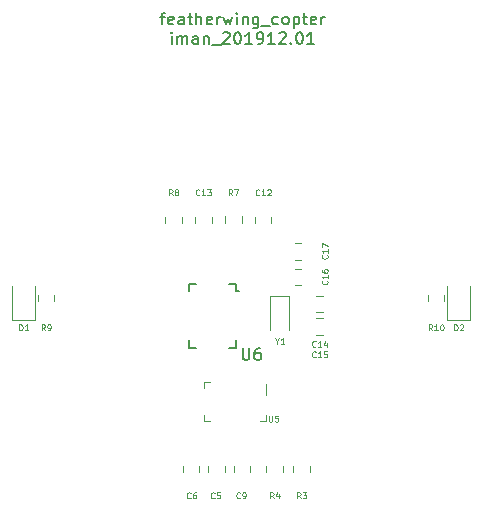
<source format=gbr>
G04 #@! TF.GenerationSoftware,KiCad,Pcbnew,(5.1.5)-3*
G04 #@! TF.CreationDate,2019-12-26T08:27:47-08:00*
G04 #@! TF.ProjectId,featherwing_copter,66656174-6865-4727-9769-6e675f636f70,rev?*
G04 #@! TF.SameCoordinates,Original*
G04 #@! TF.FileFunction,Legend,Top*
G04 #@! TF.FilePolarity,Positive*
%FSLAX46Y46*%
G04 Gerber Fmt 4.6, Leading zero omitted, Abs format (unit mm)*
G04 Created by KiCad (PCBNEW (5.1.5)-3) date 2019-12-26 08:27:47*
%MOMM*%
%LPD*%
G04 APERTURE LIST*
%ADD10C,0.150000*%
%ADD11C,0.152400*%
%ADD12C,0.120000*%
%ADD13C,0.076200*%
G04 APERTURE END LIST*
D10*
X145574619Y-54942314D02*
X145955571Y-54942314D01*
X145717476Y-55608980D02*
X145717476Y-54751838D01*
X145765095Y-54656600D01*
X145860333Y-54608980D01*
X145955571Y-54608980D01*
X146669857Y-55561361D02*
X146574619Y-55608980D01*
X146384142Y-55608980D01*
X146288904Y-55561361D01*
X146241285Y-55466123D01*
X146241285Y-55085171D01*
X146288904Y-54989933D01*
X146384142Y-54942314D01*
X146574619Y-54942314D01*
X146669857Y-54989933D01*
X146717476Y-55085171D01*
X146717476Y-55180409D01*
X146241285Y-55275647D01*
X147574619Y-55608980D02*
X147574619Y-55085171D01*
X147527000Y-54989933D01*
X147431761Y-54942314D01*
X147241285Y-54942314D01*
X147146047Y-54989933D01*
X147574619Y-55561361D02*
X147479380Y-55608980D01*
X147241285Y-55608980D01*
X147146047Y-55561361D01*
X147098428Y-55466123D01*
X147098428Y-55370885D01*
X147146047Y-55275647D01*
X147241285Y-55228028D01*
X147479380Y-55228028D01*
X147574619Y-55180409D01*
X147907952Y-54942314D02*
X148288904Y-54942314D01*
X148050809Y-54608980D02*
X148050809Y-55466123D01*
X148098428Y-55561361D01*
X148193666Y-55608980D01*
X148288904Y-55608980D01*
X148622238Y-55608980D02*
X148622238Y-54608980D01*
X149050809Y-55608980D02*
X149050809Y-55085171D01*
X149003190Y-54989933D01*
X148907952Y-54942314D01*
X148765095Y-54942314D01*
X148669857Y-54989933D01*
X148622238Y-55037552D01*
X149907952Y-55561361D02*
X149812714Y-55608980D01*
X149622238Y-55608980D01*
X149527000Y-55561361D01*
X149479380Y-55466123D01*
X149479380Y-55085171D01*
X149527000Y-54989933D01*
X149622238Y-54942314D01*
X149812714Y-54942314D01*
X149907952Y-54989933D01*
X149955571Y-55085171D01*
X149955571Y-55180409D01*
X149479380Y-55275647D01*
X150384142Y-55608980D02*
X150384142Y-54942314D01*
X150384142Y-55132790D02*
X150431761Y-55037552D01*
X150479380Y-54989933D01*
X150574619Y-54942314D01*
X150669857Y-54942314D01*
X150907952Y-54942314D02*
X151098428Y-55608980D01*
X151288904Y-55132790D01*
X151479380Y-55608980D01*
X151669857Y-54942314D01*
X152050809Y-55608980D02*
X152050809Y-54942314D01*
X152050809Y-54608980D02*
X152003190Y-54656600D01*
X152050809Y-54704219D01*
X152098428Y-54656600D01*
X152050809Y-54608980D01*
X152050809Y-54704219D01*
X152527000Y-54942314D02*
X152527000Y-55608980D01*
X152527000Y-55037552D02*
X152574619Y-54989933D01*
X152669857Y-54942314D01*
X152812714Y-54942314D01*
X152907952Y-54989933D01*
X152955571Y-55085171D01*
X152955571Y-55608980D01*
X153860333Y-54942314D02*
X153860333Y-55751838D01*
X153812714Y-55847076D01*
X153765095Y-55894695D01*
X153669857Y-55942314D01*
X153527000Y-55942314D01*
X153431761Y-55894695D01*
X153860333Y-55561361D02*
X153765095Y-55608980D01*
X153574619Y-55608980D01*
X153479380Y-55561361D01*
X153431761Y-55513742D01*
X153384142Y-55418504D01*
X153384142Y-55132790D01*
X153431761Y-55037552D01*
X153479380Y-54989933D01*
X153574619Y-54942314D01*
X153765095Y-54942314D01*
X153860333Y-54989933D01*
X154098428Y-55704219D02*
X154860333Y-55704219D01*
X155527000Y-55561361D02*
X155431761Y-55608980D01*
X155241285Y-55608980D01*
X155146047Y-55561361D01*
X155098428Y-55513742D01*
X155050809Y-55418504D01*
X155050809Y-55132790D01*
X155098428Y-55037552D01*
X155146047Y-54989933D01*
X155241285Y-54942314D01*
X155431761Y-54942314D01*
X155527000Y-54989933D01*
X156098428Y-55608980D02*
X156003190Y-55561361D01*
X155955571Y-55513742D01*
X155907952Y-55418504D01*
X155907952Y-55132790D01*
X155955571Y-55037552D01*
X156003190Y-54989933D01*
X156098428Y-54942314D01*
X156241285Y-54942314D01*
X156336523Y-54989933D01*
X156384142Y-55037552D01*
X156431761Y-55132790D01*
X156431761Y-55418504D01*
X156384142Y-55513742D01*
X156336523Y-55561361D01*
X156241285Y-55608980D01*
X156098428Y-55608980D01*
X156860333Y-54942314D02*
X156860333Y-55942314D01*
X156860333Y-54989933D02*
X156955571Y-54942314D01*
X157146047Y-54942314D01*
X157241285Y-54989933D01*
X157288904Y-55037552D01*
X157336523Y-55132790D01*
X157336523Y-55418504D01*
X157288904Y-55513742D01*
X157241285Y-55561361D01*
X157146047Y-55608980D01*
X156955571Y-55608980D01*
X156860333Y-55561361D01*
X157622238Y-54942314D02*
X158003190Y-54942314D01*
X157765095Y-54608980D02*
X157765095Y-55466123D01*
X157812714Y-55561361D01*
X157907952Y-55608980D01*
X158003190Y-55608980D01*
X158717476Y-55561361D02*
X158622238Y-55608980D01*
X158431761Y-55608980D01*
X158336523Y-55561361D01*
X158288904Y-55466123D01*
X158288904Y-55085171D01*
X158336523Y-54989933D01*
X158431761Y-54942314D01*
X158622238Y-54942314D01*
X158717476Y-54989933D01*
X158765095Y-55085171D01*
X158765095Y-55180409D01*
X158288904Y-55275647D01*
X159193666Y-55608980D02*
X159193666Y-54942314D01*
X159193666Y-55132790D02*
X159241285Y-55037552D01*
X159288904Y-54989933D01*
X159384142Y-54942314D01*
X159479380Y-54942314D01*
X146527000Y-57258980D02*
X146527000Y-56592314D01*
X146527000Y-56258980D02*
X146479380Y-56306600D01*
X146527000Y-56354219D01*
X146574619Y-56306600D01*
X146527000Y-56258980D01*
X146527000Y-56354219D01*
X147003190Y-57258980D02*
X147003190Y-56592314D01*
X147003190Y-56687552D02*
X147050809Y-56639933D01*
X147146047Y-56592314D01*
X147288904Y-56592314D01*
X147384142Y-56639933D01*
X147431761Y-56735171D01*
X147431761Y-57258980D01*
X147431761Y-56735171D02*
X147479380Y-56639933D01*
X147574619Y-56592314D01*
X147717476Y-56592314D01*
X147812714Y-56639933D01*
X147860333Y-56735171D01*
X147860333Y-57258980D01*
X148765095Y-57258980D02*
X148765095Y-56735171D01*
X148717476Y-56639933D01*
X148622238Y-56592314D01*
X148431761Y-56592314D01*
X148336523Y-56639933D01*
X148765095Y-57211361D02*
X148669857Y-57258980D01*
X148431761Y-57258980D01*
X148336523Y-57211361D01*
X148288904Y-57116123D01*
X148288904Y-57020885D01*
X148336523Y-56925647D01*
X148431761Y-56878028D01*
X148669857Y-56878028D01*
X148765095Y-56830409D01*
X149241285Y-56592314D02*
X149241285Y-57258980D01*
X149241285Y-56687552D02*
X149288904Y-56639933D01*
X149384142Y-56592314D01*
X149527000Y-56592314D01*
X149622238Y-56639933D01*
X149669857Y-56735171D01*
X149669857Y-57258980D01*
X149907952Y-57354219D02*
X150669857Y-57354219D01*
X150860333Y-56354219D02*
X150907952Y-56306600D01*
X151003190Y-56258980D01*
X151241285Y-56258980D01*
X151336523Y-56306600D01*
X151384142Y-56354219D01*
X151431761Y-56449457D01*
X151431761Y-56544695D01*
X151384142Y-56687552D01*
X150812714Y-57258980D01*
X151431761Y-57258980D01*
X152050809Y-56258980D02*
X152146047Y-56258980D01*
X152241285Y-56306600D01*
X152288904Y-56354219D01*
X152336523Y-56449457D01*
X152384142Y-56639933D01*
X152384142Y-56878028D01*
X152336523Y-57068504D01*
X152288904Y-57163742D01*
X152241285Y-57211361D01*
X152146047Y-57258980D01*
X152050809Y-57258980D01*
X151955571Y-57211361D01*
X151907952Y-57163742D01*
X151860333Y-57068504D01*
X151812714Y-56878028D01*
X151812714Y-56639933D01*
X151860333Y-56449457D01*
X151907952Y-56354219D01*
X151955571Y-56306600D01*
X152050809Y-56258980D01*
X153336523Y-57258980D02*
X152765095Y-57258980D01*
X153050809Y-57258980D02*
X153050809Y-56258980D01*
X152955571Y-56401838D01*
X152860333Y-56497076D01*
X152765095Y-56544695D01*
X153812714Y-57258980D02*
X154003190Y-57258980D01*
X154098428Y-57211361D01*
X154146047Y-57163742D01*
X154241285Y-57020885D01*
X154288904Y-56830409D01*
X154288904Y-56449457D01*
X154241285Y-56354219D01*
X154193666Y-56306600D01*
X154098428Y-56258980D01*
X153907952Y-56258980D01*
X153812714Y-56306600D01*
X153765095Y-56354219D01*
X153717476Y-56449457D01*
X153717476Y-56687552D01*
X153765095Y-56782790D01*
X153812714Y-56830409D01*
X153907952Y-56878028D01*
X154098428Y-56878028D01*
X154193666Y-56830409D01*
X154241285Y-56782790D01*
X154288904Y-56687552D01*
X155241285Y-57258980D02*
X154669857Y-57258980D01*
X154955571Y-57258980D02*
X154955571Y-56258980D01*
X154860333Y-56401838D01*
X154765095Y-56497076D01*
X154669857Y-56544695D01*
X155622238Y-56354219D02*
X155669857Y-56306600D01*
X155765095Y-56258980D01*
X156003190Y-56258980D01*
X156098428Y-56306600D01*
X156146047Y-56354219D01*
X156193666Y-56449457D01*
X156193666Y-56544695D01*
X156146047Y-56687552D01*
X155574619Y-57258980D01*
X156193666Y-57258980D01*
X156622238Y-57163742D02*
X156669857Y-57211361D01*
X156622238Y-57258980D01*
X156574619Y-57211361D01*
X156622238Y-57163742D01*
X156622238Y-57258980D01*
X157288904Y-56258980D02*
X157384142Y-56258980D01*
X157479380Y-56306600D01*
X157527000Y-56354219D01*
X157574619Y-56449457D01*
X157622238Y-56639933D01*
X157622238Y-56878028D01*
X157574619Y-57068504D01*
X157527000Y-57163742D01*
X157479380Y-57211361D01*
X157384142Y-57258980D01*
X157288904Y-57258980D01*
X157193666Y-57211361D01*
X157146047Y-57163742D01*
X157098428Y-57068504D01*
X157050809Y-56878028D01*
X157050809Y-56639933D01*
X157098428Y-56449457D01*
X157146047Y-56354219D01*
X157193666Y-56306600D01*
X157288904Y-56258980D01*
X158574619Y-57258980D02*
X158003190Y-57258980D01*
X158288904Y-57258980D02*
X158288904Y-56258980D01*
X158193666Y-56401838D01*
X158098428Y-56497076D01*
X158003190Y-56544695D01*
D11*
X151987000Y-82964000D02*
X151987000Y-82364000D01*
X151387000Y-82964000D02*
X151987000Y-82964000D01*
X147987000Y-82964000D02*
X148587000Y-82964000D01*
X147987000Y-82364000D02*
X147987000Y-82964000D01*
X147987000Y-77564000D02*
X147987000Y-78164000D01*
X148587000Y-77564000D02*
X147987000Y-77564000D01*
X151987000Y-77564000D02*
X151387000Y-77564000D01*
X151987000Y-78164000D02*
X151987000Y-77564000D01*
X151987000Y-78164000D02*
X152187000Y-78164000D01*
D12*
X154964200Y-72397252D02*
X154964200Y-71874748D01*
X153544200Y-72397252D02*
X153544200Y-71874748D01*
X154492000Y-86012000D02*
X154492000Y-86962000D01*
X149292000Y-85912000D02*
X149792000Y-85912000D01*
X149292000Y-86412000D02*
X149292000Y-85912000D01*
X149292000Y-89212000D02*
X149292000Y-88712000D01*
X149792000Y-89212000D02*
X149292000Y-89212000D01*
X154492000Y-89212000D02*
X153992000Y-89212000D01*
X154492000Y-88712000D02*
X154492000Y-89212000D01*
X134945000Y-80600000D02*
X134945000Y-77740000D01*
X133025000Y-80600000D02*
X134945000Y-80600000D01*
X133025000Y-77740000D02*
X133025000Y-80600000D01*
X171775000Y-80600000D02*
X171775000Y-77740000D01*
X169855000Y-80600000D02*
X171775000Y-80600000D01*
X169855000Y-77740000D02*
X169855000Y-80600000D01*
X169620000Y-79001252D02*
X169620000Y-78478748D01*
X168200000Y-79001252D02*
X168200000Y-78478748D01*
X136600000Y-79001252D02*
X136600000Y-78478748D01*
X135180000Y-79001252D02*
X135180000Y-78478748D01*
X156981148Y-75538400D02*
X157503652Y-75538400D01*
X156981148Y-74118400D02*
X157503652Y-74118400D01*
X157496252Y-76277400D02*
X156973748Y-76277400D01*
X157496252Y-77697400D02*
X156973748Y-77697400D01*
X154825800Y-78603400D02*
X154825800Y-81453400D01*
X156425800Y-78603400D02*
X154825800Y-78603400D01*
X156425800Y-81453400D02*
X156425800Y-78603400D01*
X145975000Y-71883748D02*
X145975000Y-72406252D01*
X147395000Y-71883748D02*
X147395000Y-72406252D01*
X151029600Y-71865748D02*
X151029600Y-72388252D01*
X152449600Y-71865748D02*
X152449600Y-72388252D01*
X155954800Y-93479252D02*
X155954800Y-92956748D01*
X154534800Y-93479252D02*
X154534800Y-92956748D01*
X158240800Y-93479252D02*
X158240800Y-92956748D01*
X156820800Y-93479252D02*
X156820800Y-92956748D01*
X159307052Y-78563400D02*
X158784548Y-78563400D01*
X159307052Y-79983400D02*
X158784548Y-79983400D01*
X158784548Y-81888400D02*
X159307052Y-81888400D01*
X158784548Y-80468400D02*
X159307052Y-80468400D01*
X148515000Y-71883748D02*
X148515000Y-72406252D01*
X149935000Y-71883748D02*
X149935000Y-72406252D01*
X149607200Y-92965748D02*
X149607200Y-93488252D01*
X151027200Y-92965748D02*
X151027200Y-93488252D01*
X147448200Y-92965748D02*
X147448200Y-93488252D01*
X148868200Y-92965748D02*
X148868200Y-93488252D01*
X153186200Y-93488252D02*
X153186200Y-92965748D01*
X151766200Y-93488252D02*
X151766200Y-92965748D01*
D10*
X152527095Y-83018380D02*
X152527095Y-83827904D01*
X152574714Y-83923142D01*
X152622333Y-83970761D01*
X152717571Y-84018380D01*
X152908047Y-84018380D01*
X153003285Y-83970761D01*
X153050904Y-83923142D01*
X153098523Y-83827904D01*
X153098523Y-83018380D01*
X154003285Y-83018380D02*
X153812809Y-83018380D01*
X153717571Y-83066000D01*
X153669952Y-83113619D01*
X153574714Y-83256476D01*
X153527095Y-83446952D01*
X153527095Y-83827904D01*
X153574714Y-83923142D01*
X153622333Y-83970761D01*
X153717571Y-84018380D01*
X153908047Y-84018380D01*
X154003285Y-83970761D01*
X154050904Y-83923142D01*
X154098523Y-83827904D01*
X154098523Y-83589809D01*
X154050904Y-83494571D01*
X154003285Y-83446952D01*
X153908047Y-83399333D01*
X153717571Y-83399333D01*
X153622333Y-83446952D01*
X153574714Y-83494571D01*
X153527095Y-83589809D01*
D13*
X153953028Y-70031428D02*
X153928838Y-70055619D01*
X153856266Y-70079809D01*
X153807885Y-70079809D01*
X153735314Y-70055619D01*
X153686933Y-70007238D01*
X153662742Y-69958857D01*
X153638552Y-69862095D01*
X153638552Y-69789523D01*
X153662742Y-69692761D01*
X153686933Y-69644380D01*
X153735314Y-69596000D01*
X153807885Y-69571809D01*
X153856266Y-69571809D01*
X153928838Y-69596000D01*
X153953028Y-69620190D01*
X154436838Y-70079809D02*
X154146552Y-70079809D01*
X154291695Y-70079809D02*
X154291695Y-69571809D01*
X154243314Y-69644380D01*
X154194933Y-69692761D01*
X154146552Y-69716952D01*
X154630361Y-69620190D02*
X154654552Y-69596000D01*
X154702933Y-69571809D01*
X154823885Y-69571809D01*
X154872266Y-69596000D01*
X154896457Y-69620190D01*
X154920647Y-69668571D01*
X154920647Y-69716952D01*
X154896457Y-69789523D01*
X154606171Y-70079809D01*
X154920647Y-70079809D01*
X154756152Y-88723409D02*
X154756152Y-89134647D01*
X154780342Y-89183028D01*
X154804533Y-89207219D01*
X154852914Y-89231409D01*
X154949676Y-89231409D01*
X154998057Y-89207219D01*
X155022247Y-89183028D01*
X155046438Y-89134647D01*
X155046438Y-88723409D01*
X155530247Y-88723409D02*
X155288342Y-88723409D01*
X155264152Y-88965314D01*
X155288342Y-88941123D01*
X155336723Y-88916933D01*
X155457676Y-88916933D01*
X155506057Y-88941123D01*
X155530247Y-88965314D01*
X155554438Y-89013695D01*
X155554438Y-89134647D01*
X155530247Y-89183028D01*
X155506057Y-89207219D01*
X155457676Y-89231409D01*
X155336723Y-89231409D01*
X155288342Y-89207219D01*
X155264152Y-89183028D01*
X133610047Y-81509809D02*
X133610047Y-81001809D01*
X133731000Y-81001809D01*
X133803571Y-81026000D01*
X133851952Y-81074380D01*
X133876142Y-81122761D01*
X133900333Y-81219523D01*
X133900333Y-81292095D01*
X133876142Y-81388857D01*
X133851952Y-81437238D01*
X133803571Y-81485619D01*
X133731000Y-81509809D01*
X133610047Y-81509809D01*
X134384142Y-81509809D02*
X134093857Y-81509809D01*
X134239000Y-81509809D02*
X134239000Y-81001809D01*
X134190619Y-81074380D01*
X134142238Y-81122761D01*
X134093857Y-81146952D01*
X170440047Y-81509809D02*
X170440047Y-81001809D01*
X170561000Y-81001809D01*
X170633571Y-81026000D01*
X170681952Y-81074380D01*
X170706142Y-81122761D01*
X170730333Y-81219523D01*
X170730333Y-81292095D01*
X170706142Y-81388857D01*
X170681952Y-81437238D01*
X170633571Y-81485619D01*
X170561000Y-81509809D01*
X170440047Y-81509809D01*
X170923857Y-81050190D02*
X170948047Y-81026000D01*
X170996428Y-81001809D01*
X171117380Y-81001809D01*
X171165761Y-81026000D01*
X171189952Y-81050190D01*
X171214142Y-81098571D01*
X171214142Y-81146952D01*
X171189952Y-81219523D01*
X170899666Y-81509809D01*
X171214142Y-81509809D01*
X168583428Y-81509809D02*
X168414095Y-81267904D01*
X168293142Y-81509809D02*
X168293142Y-81001809D01*
X168486666Y-81001809D01*
X168535047Y-81026000D01*
X168559238Y-81050190D01*
X168583428Y-81098571D01*
X168583428Y-81171142D01*
X168559238Y-81219523D01*
X168535047Y-81243714D01*
X168486666Y-81267904D01*
X168293142Y-81267904D01*
X169067238Y-81509809D02*
X168776952Y-81509809D01*
X168922095Y-81509809D02*
X168922095Y-81001809D01*
X168873714Y-81074380D01*
X168825333Y-81122761D01*
X168776952Y-81146952D01*
X169381714Y-81001809D02*
X169430095Y-81001809D01*
X169478476Y-81026000D01*
X169502666Y-81050190D01*
X169526857Y-81098571D01*
X169551047Y-81195333D01*
X169551047Y-81316285D01*
X169526857Y-81413047D01*
X169502666Y-81461428D01*
X169478476Y-81485619D01*
X169430095Y-81509809D01*
X169381714Y-81509809D01*
X169333333Y-81485619D01*
X169309142Y-81461428D01*
X169284952Y-81413047D01*
X169260761Y-81316285D01*
X169260761Y-81195333D01*
X169284952Y-81098571D01*
X169309142Y-81050190D01*
X169333333Y-81026000D01*
X169381714Y-81001809D01*
X135805333Y-81509809D02*
X135636000Y-81267904D01*
X135515047Y-81509809D02*
X135515047Y-81001809D01*
X135708571Y-81001809D01*
X135756952Y-81026000D01*
X135781142Y-81050190D01*
X135805333Y-81098571D01*
X135805333Y-81171142D01*
X135781142Y-81219523D01*
X135756952Y-81243714D01*
X135708571Y-81267904D01*
X135515047Y-81267904D01*
X136047238Y-81509809D02*
X136144000Y-81509809D01*
X136192380Y-81485619D01*
X136216571Y-81461428D01*
X136264952Y-81388857D01*
X136289142Y-81292095D01*
X136289142Y-81098571D01*
X136264952Y-81050190D01*
X136240761Y-81026000D01*
X136192380Y-81001809D01*
X136095619Y-81001809D01*
X136047238Y-81026000D01*
X136023047Y-81050190D01*
X135998857Y-81098571D01*
X135998857Y-81219523D01*
X136023047Y-81267904D01*
X136047238Y-81292095D01*
X136095619Y-81316285D01*
X136192380Y-81316285D01*
X136240761Y-81292095D01*
X136264952Y-81267904D01*
X136289142Y-81219523D01*
X159693428Y-75129571D02*
X159717619Y-75153761D01*
X159741809Y-75226333D01*
X159741809Y-75274714D01*
X159717619Y-75347285D01*
X159669238Y-75395666D01*
X159620857Y-75419857D01*
X159524095Y-75444047D01*
X159451523Y-75444047D01*
X159354761Y-75419857D01*
X159306380Y-75395666D01*
X159258000Y-75347285D01*
X159233809Y-75274714D01*
X159233809Y-75226333D01*
X159258000Y-75153761D01*
X159282190Y-75129571D01*
X159741809Y-74645761D02*
X159741809Y-74936047D01*
X159741809Y-74790904D02*
X159233809Y-74790904D01*
X159306380Y-74839285D01*
X159354761Y-74887666D01*
X159378952Y-74936047D01*
X159233809Y-74476428D02*
X159233809Y-74137761D01*
X159741809Y-74355476D01*
X159693428Y-77288571D02*
X159717619Y-77312761D01*
X159741809Y-77385333D01*
X159741809Y-77433714D01*
X159717619Y-77506285D01*
X159669238Y-77554666D01*
X159620857Y-77578857D01*
X159524095Y-77603047D01*
X159451523Y-77603047D01*
X159354761Y-77578857D01*
X159306380Y-77554666D01*
X159258000Y-77506285D01*
X159233809Y-77433714D01*
X159233809Y-77385333D01*
X159258000Y-77312761D01*
X159282190Y-77288571D01*
X159741809Y-76804761D02*
X159741809Y-77095047D01*
X159741809Y-76949904D02*
X159233809Y-76949904D01*
X159306380Y-76998285D01*
X159354761Y-77046666D01*
X159378952Y-77095047D01*
X159233809Y-76369333D02*
X159233809Y-76466095D01*
X159258000Y-76514476D01*
X159282190Y-76538666D01*
X159354761Y-76587047D01*
X159451523Y-76611238D01*
X159645047Y-76611238D01*
X159693428Y-76587047D01*
X159717619Y-76562857D01*
X159741809Y-76514476D01*
X159741809Y-76417714D01*
X159717619Y-76369333D01*
X159693428Y-76345142D01*
X159645047Y-76320952D01*
X159524095Y-76320952D01*
X159475714Y-76345142D01*
X159451523Y-76369333D01*
X159427333Y-76417714D01*
X159427333Y-76514476D01*
X159451523Y-76562857D01*
X159475714Y-76587047D01*
X159524095Y-76611238D01*
X155460095Y-82410904D02*
X155460095Y-82652809D01*
X155290761Y-82144809D02*
X155460095Y-82410904D01*
X155629428Y-82144809D01*
X156064857Y-82652809D02*
X155774571Y-82652809D01*
X155919714Y-82652809D02*
X155919714Y-82144809D01*
X155871333Y-82217380D01*
X155822952Y-82265761D01*
X155774571Y-82289952D01*
X146600333Y-70079809D02*
X146431000Y-69837904D01*
X146310047Y-70079809D02*
X146310047Y-69571809D01*
X146503571Y-69571809D01*
X146551952Y-69596000D01*
X146576142Y-69620190D01*
X146600333Y-69668571D01*
X146600333Y-69741142D01*
X146576142Y-69789523D01*
X146551952Y-69813714D01*
X146503571Y-69837904D01*
X146310047Y-69837904D01*
X146890619Y-69789523D02*
X146842238Y-69765333D01*
X146818047Y-69741142D01*
X146793857Y-69692761D01*
X146793857Y-69668571D01*
X146818047Y-69620190D01*
X146842238Y-69596000D01*
X146890619Y-69571809D01*
X146987380Y-69571809D01*
X147035761Y-69596000D01*
X147059952Y-69620190D01*
X147084142Y-69668571D01*
X147084142Y-69692761D01*
X147059952Y-69741142D01*
X147035761Y-69765333D01*
X146987380Y-69789523D01*
X146890619Y-69789523D01*
X146842238Y-69813714D01*
X146818047Y-69837904D01*
X146793857Y-69886285D01*
X146793857Y-69983047D01*
X146818047Y-70031428D01*
X146842238Y-70055619D01*
X146890619Y-70079809D01*
X146987380Y-70079809D01*
X147035761Y-70055619D01*
X147059952Y-70031428D01*
X147084142Y-69983047D01*
X147084142Y-69886285D01*
X147059952Y-69837904D01*
X147035761Y-69813714D01*
X146987380Y-69789523D01*
X151654933Y-70079809D02*
X151485600Y-69837904D01*
X151364647Y-70079809D02*
X151364647Y-69571809D01*
X151558171Y-69571809D01*
X151606552Y-69596000D01*
X151630742Y-69620190D01*
X151654933Y-69668571D01*
X151654933Y-69741142D01*
X151630742Y-69789523D01*
X151606552Y-69813714D01*
X151558171Y-69837904D01*
X151364647Y-69837904D01*
X151824266Y-69571809D02*
X152162933Y-69571809D01*
X151945219Y-70079809D01*
X155160133Y-95733809D02*
X154990800Y-95491904D01*
X154869847Y-95733809D02*
X154869847Y-95225809D01*
X155063371Y-95225809D01*
X155111752Y-95250000D01*
X155135942Y-95274190D01*
X155160133Y-95322571D01*
X155160133Y-95395142D01*
X155135942Y-95443523D01*
X155111752Y-95467714D01*
X155063371Y-95491904D01*
X154869847Y-95491904D01*
X155595561Y-95395142D02*
X155595561Y-95733809D01*
X155474609Y-95201619D02*
X155353657Y-95564476D01*
X155668133Y-95564476D01*
X157446133Y-95733809D02*
X157276800Y-95491904D01*
X157155847Y-95733809D02*
X157155847Y-95225809D01*
X157349371Y-95225809D01*
X157397752Y-95250000D01*
X157421942Y-95274190D01*
X157446133Y-95322571D01*
X157446133Y-95395142D01*
X157421942Y-95443523D01*
X157397752Y-95467714D01*
X157349371Y-95491904D01*
X157155847Y-95491904D01*
X157615466Y-95225809D02*
X157929942Y-95225809D01*
X157760609Y-95419333D01*
X157833180Y-95419333D01*
X157881561Y-95443523D01*
X157905752Y-95467714D01*
X157929942Y-95516095D01*
X157929942Y-95637047D01*
X157905752Y-95685428D01*
X157881561Y-95709619D01*
X157833180Y-95733809D01*
X157688038Y-95733809D01*
X157639657Y-95709619D01*
X157615466Y-95685428D01*
X158719228Y-83747428D02*
X158695038Y-83771619D01*
X158622466Y-83795809D01*
X158574085Y-83795809D01*
X158501514Y-83771619D01*
X158453133Y-83723238D01*
X158428942Y-83674857D01*
X158404752Y-83578095D01*
X158404752Y-83505523D01*
X158428942Y-83408761D01*
X158453133Y-83360380D01*
X158501514Y-83312000D01*
X158574085Y-83287809D01*
X158622466Y-83287809D01*
X158695038Y-83312000D01*
X158719228Y-83336190D01*
X159203038Y-83795809D02*
X158912752Y-83795809D01*
X159057895Y-83795809D02*
X159057895Y-83287809D01*
X159009514Y-83360380D01*
X158961133Y-83408761D01*
X158912752Y-83432952D01*
X159662657Y-83287809D02*
X159420752Y-83287809D01*
X159396561Y-83529714D01*
X159420752Y-83505523D01*
X159469133Y-83481333D01*
X159590085Y-83481333D01*
X159638466Y-83505523D01*
X159662657Y-83529714D01*
X159686847Y-83578095D01*
X159686847Y-83699047D01*
X159662657Y-83747428D01*
X159638466Y-83771619D01*
X159590085Y-83795809D01*
X159469133Y-83795809D01*
X159420752Y-83771619D01*
X159396561Y-83747428D01*
X158719228Y-82858428D02*
X158695038Y-82882619D01*
X158622466Y-82906809D01*
X158574085Y-82906809D01*
X158501514Y-82882619D01*
X158453133Y-82834238D01*
X158428942Y-82785857D01*
X158404752Y-82689095D01*
X158404752Y-82616523D01*
X158428942Y-82519761D01*
X158453133Y-82471380D01*
X158501514Y-82423000D01*
X158574085Y-82398809D01*
X158622466Y-82398809D01*
X158695038Y-82423000D01*
X158719228Y-82447190D01*
X159203038Y-82906809D02*
X158912752Y-82906809D01*
X159057895Y-82906809D02*
X159057895Y-82398809D01*
X159009514Y-82471380D01*
X158961133Y-82519761D01*
X158912752Y-82543952D01*
X159638466Y-82568142D02*
X159638466Y-82906809D01*
X159517514Y-82374619D02*
X159396561Y-82737476D01*
X159711038Y-82737476D01*
X148873028Y-70024028D02*
X148848838Y-70048219D01*
X148776266Y-70072409D01*
X148727885Y-70072409D01*
X148655314Y-70048219D01*
X148606933Y-69999838D01*
X148582742Y-69951457D01*
X148558552Y-69854695D01*
X148558552Y-69782123D01*
X148582742Y-69685361D01*
X148606933Y-69636980D01*
X148655314Y-69588600D01*
X148727885Y-69564409D01*
X148776266Y-69564409D01*
X148848838Y-69588600D01*
X148873028Y-69612790D01*
X149356838Y-70072409D02*
X149066552Y-70072409D01*
X149211695Y-70072409D02*
X149211695Y-69564409D01*
X149163314Y-69636980D01*
X149114933Y-69685361D01*
X149066552Y-69709552D01*
X149526171Y-69564409D02*
X149840647Y-69564409D01*
X149671314Y-69757933D01*
X149743885Y-69757933D01*
X149792266Y-69782123D01*
X149816457Y-69806314D01*
X149840647Y-69854695D01*
X149840647Y-69975647D01*
X149816457Y-70024028D01*
X149792266Y-70048219D01*
X149743885Y-70072409D01*
X149598742Y-70072409D01*
X149550361Y-70048219D01*
X149526171Y-70024028D01*
X152315333Y-95685428D02*
X152291142Y-95709619D01*
X152218571Y-95733809D01*
X152170190Y-95733809D01*
X152097619Y-95709619D01*
X152049238Y-95661238D01*
X152025047Y-95612857D01*
X152000857Y-95516095D01*
X152000857Y-95443523D01*
X152025047Y-95346761D01*
X152049238Y-95298380D01*
X152097619Y-95250000D01*
X152170190Y-95225809D01*
X152218571Y-95225809D01*
X152291142Y-95250000D01*
X152315333Y-95274190D01*
X152557238Y-95733809D02*
X152654000Y-95733809D01*
X152702380Y-95709619D01*
X152726571Y-95685428D01*
X152774952Y-95612857D01*
X152799142Y-95516095D01*
X152799142Y-95322571D01*
X152774952Y-95274190D01*
X152750761Y-95250000D01*
X152702380Y-95225809D01*
X152605619Y-95225809D01*
X152557238Y-95250000D01*
X152533047Y-95274190D01*
X152508857Y-95322571D01*
X152508857Y-95443523D01*
X152533047Y-95491904D01*
X152557238Y-95516095D01*
X152605619Y-95540285D01*
X152702380Y-95540285D01*
X152750761Y-95516095D01*
X152774952Y-95491904D01*
X152799142Y-95443523D01*
X148124333Y-95685428D02*
X148100142Y-95709619D01*
X148027571Y-95733809D01*
X147979190Y-95733809D01*
X147906619Y-95709619D01*
X147858238Y-95661238D01*
X147834047Y-95612857D01*
X147809857Y-95516095D01*
X147809857Y-95443523D01*
X147834047Y-95346761D01*
X147858238Y-95298380D01*
X147906619Y-95250000D01*
X147979190Y-95225809D01*
X148027571Y-95225809D01*
X148100142Y-95250000D01*
X148124333Y-95274190D01*
X148559761Y-95225809D02*
X148463000Y-95225809D01*
X148414619Y-95250000D01*
X148390428Y-95274190D01*
X148342047Y-95346761D01*
X148317857Y-95443523D01*
X148317857Y-95637047D01*
X148342047Y-95685428D01*
X148366238Y-95709619D01*
X148414619Y-95733809D01*
X148511380Y-95733809D01*
X148559761Y-95709619D01*
X148583952Y-95685428D01*
X148608142Y-95637047D01*
X148608142Y-95516095D01*
X148583952Y-95467714D01*
X148559761Y-95443523D01*
X148511380Y-95419333D01*
X148414619Y-95419333D01*
X148366238Y-95443523D01*
X148342047Y-95467714D01*
X148317857Y-95516095D01*
X150156333Y-95685428D02*
X150132142Y-95709619D01*
X150059571Y-95733809D01*
X150011190Y-95733809D01*
X149938619Y-95709619D01*
X149890238Y-95661238D01*
X149866047Y-95612857D01*
X149841857Y-95516095D01*
X149841857Y-95443523D01*
X149866047Y-95346761D01*
X149890238Y-95298380D01*
X149938619Y-95250000D01*
X150011190Y-95225809D01*
X150059571Y-95225809D01*
X150132142Y-95250000D01*
X150156333Y-95274190D01*
X150615952Y-95225809D02*
X150374047Y-95225809D01*
X150349857Y-95467714D01*
X150374047Y-95443523D01*
X150422428Y-95419333D01*
X150543380Y-95419333D01*
X150591761Y-95443523D01*
X150615952Y-95467714D01*
X150640142Y-95516095D01*
X150640142Y-95637047D01*
X150615952Y-95685428D01*
X150591761Y-95709619D01*
X150543380Y-95733809D01*
X150422428Y-95733809D01*
X150374047Y-95709619D01*
X150349857Y-95685428D01*
M02*

</source>
